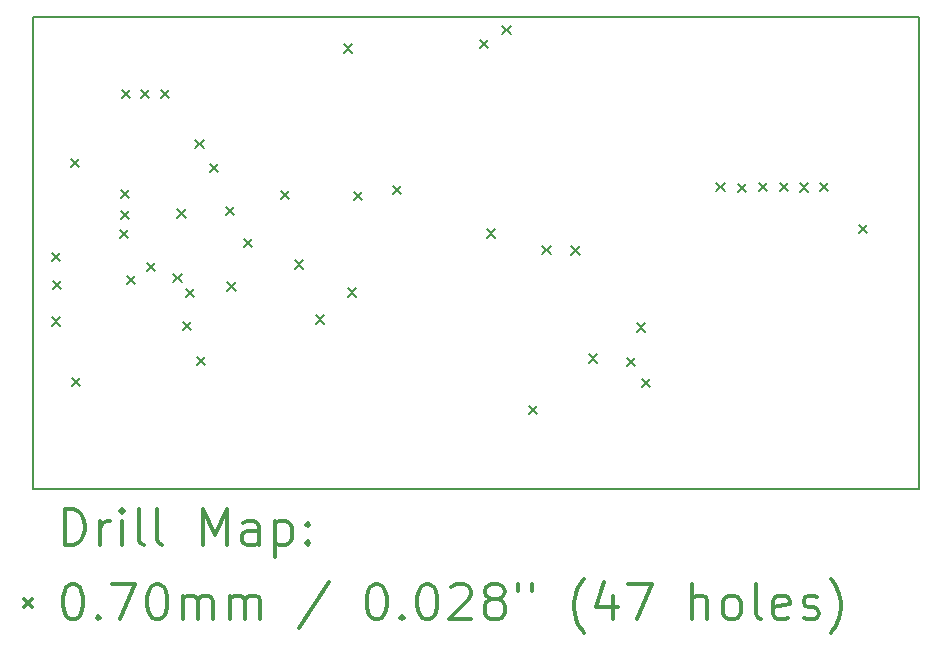
<source format=gbr>
%FSLAX45Y45*%
G04 Gerber Fmt 4.5, Leading zero omitted, Abs format (unit mm)*
G04 Created by KiCad (PCBNEW 4.0.7-e2-6376~60~ubuntu17.10.1) date Tue Apr 10 15:25:30 2018*
%MOMM*%
%LPD*%
G01*
G04 APERTURE LIST*
%ADD10C,0.127000*%
%ADD11C,0.150000*%
%ADD12C,0.200000*%
%ADD13C,0.300000*%
G04 APERTURE END LIST*
D10*
D11*
X8998106Y5998706D02*
X1498106Y5998706D01*
X8998106Y1998706D02*
X8998106Y5998706D01*
X1498106Y1998706D02*
X8998106Y1998706D01*
X1498106Y5998706D02*
X1498106Y1998706D01*
D12*
X1656386Y3999178D02*
X1726386Y3929178D01*
X1726386Y3999178D02*
X1656386Y3929178D01*
X1656386Y3452570D02*
X1726386Y3382570D01*
X1726386Y3452570D02*
X1656386Y3382570D01*
X1660450Y3760672D02*
X1730450Y3690672D01*
X1730450Y3760672D02*
X1660450Y3690672D01*
X1816914Y4794452D02*
X1886914Y4724452D01*
X1886914Y4794452D02*
X1816914Y4724452D01*
X1820978Y2941522D02*
X1890978Y2871522D01*
X1890978Y2941522D02*
X1820978Y2871522D01*
X2229410Y4191202D02*
X2299410Y4121202D01*
X2299410Y4191202D02*
X2229410Y4121202D01*
X2238808Y4529022D02*
X2308808Y4459022D01*
X2308808Y4529022D02*
X2238808Y4459022D01*
X2238808Y4355794D02*
X2308808Y4285794D01*
X2308808Y4355794D02*
X2238808Y4285794D01*
X2244396Y5378398D02*
X2314396Y5308398D01*
X2314396Y5378398D02*
X2244396Y5308398D01*
X2290370Y3802074D02*
X2360370Y3732074D01*
X2360370Y3802074D02*
X2290370Y3732074D01*
X2408226Y5374842D02*
X2478226Y5304842D01*
X2478226Y5374842D02*
X2408226Y5304842D01*
X2456994Y3911802D02*
X2526994Y3841802D01*
X2526994Y3911802D02*
X2456994Y3841802D01*
X2579676Y5375604D02*
X2649676Y5305604D01*
X2649676Y5375604D02*
X2579676Y5305604D01*
X2682546Y3818330D02*
X2752546Y3748330D01*
X2752546Y3818330D02*
X2682546Y3748330D01*
X2716582Y4366970D02*
X2786582Y4296970D01*
X2786582Y4366970D02*
X2716582Y4296970D01*
X2765096Y3415486D02*
X2835096Y3345486D01*
X2835096Y3415486D02*
X2765096Y3345486D01*
X2792020Y3693616D02*
X2862020Y3623616D01*
X2862020Y3693616D02*
X2792020Y3623616D01*
X2870252Y4953710D02*
X2940252Y4883710D01*
X2940252Y4953710D02*
X2870252Y4883710D01*
X2879396Y3118306D02*
X2949396Y3048306D01*
X2949396Y3118306D02*
X2879396Y3048306D01*
X2989886Y4752796D02*
X3059886Y4682796D01*
X3059886Y4752796D02*
X2989886Y4682796D01*
X3127300Y4386528D02*
X3197300Y4316528D01*
X3197300Y4386528D02*
X3127300Y4316528D01*
X3141270Y3746702D02*
X3211270Y3676702D01*
X3211270Y3746702D02*
X3141270Y3676702D01*
X3280970Y4118304D02*
X3350970Y4048304D01*
X3350970Y4118304D02*
X3280970Y4048304D01*
X3595676Y4524196D02*
X3665676Y4454196D01*
X3665676Y4524196D02*
X3595676Y4454196D01*
X3709976Y3933646D02*
X3779976Y3863646D01*
X3779976Y3933646D02*
X3709976Y3863646D01*
X3890062Y3467302D02*
X3960062Y3397302D01*
X3960062Y3467302D02*
X3890062Y3397302D01*
X4128314Y5762446D02*
X4198314Y5692446D01*
X4198314Y5762446D02*
X4128314Y5692446D01*
X4163874Y3696410D02*
X4233874Y3626410D01*
X4233874Y3696410D02*
X4163874Y3626410D01*
X4212896Y4512766D02*
X4282896Y4442766D01*
X4282896Y4512766D02*
X4212896Y4442766D01*
X4541064Y4565344D02*
X4611064Y4495344D01*
X4611064Y4565344D02*
X4541064Y4495344D01*
X5279696Y5800546D02*
X5349696Y5730546D01*
X5349696Y5800546D02*
X5279696Y5730546D01*
X5336846Y4196536D02*
X5406846Y4126536D01*
X5406846Y4196536D02*
X5336846Y4126536D01*
X5468418Y5917386D02*
X5538418Y5847386D01*
X5538418Y5917386D02*
X5468418Y5847386D01*
X5691176Y2699206D02*
X5761176Y2629206D01*
X5761176Y2699206D02*
X5691176Y2629206D01*
X5806746Y4054042D02*
X5876746Y3984042D01*
X5876746Y4054042D02*
X5806746Y3984042D01*
X6053126Y4051756D02*
X6123126Y3981756D01*
X6123126Y4051756D02*
X6053126Y3981756D01*
X6203494Y3137610D02*
X6273494Y3067610D01*
X6273494Y3137610D02*
X6203494Y3067610D01*
X6525566Y3106876D02*
X6595566Y3036876D01*
X6595566Y3106876D02*
X6525566Y3036876D01*
X6605830Y3400246D02*
X6675830Y3330246D01*
X6675830Y3400246D02*
X6605830Y3330246D01*
X6647486Y2931616D02*
X6717486Y2861616D01*
X6717486Y2931616D02*
X6647486Y2861616D01*
X7279946Y4592776D02*
X7349946Y4522776D01*
X7349946Y4592776D02*
X7279946Y4522776D01*
X7460794Y4579314D02*
X7530794Y4509314D01*
X7530794Y4579314D02*
X7460794Y4509314D01*
X7638086Y4588966D02*
X7708086Y4518966D01*
X7708086Y4588966D02*
X7638086Y4518966D01*
X7815378Y4590490D02*
X7885378Y4520490D01*
X7885378Y4590490D02*
X7815378Y4520490D01*
X7988860Y4584902D02*
X8058860Y4514902D01*
X8058860Y4584902D02*
X7988860Y4514902D01*
X8156246Y4592776D02*
X8226246Y4522776D01*
X8226246Y4592776D02*
X8156246Y4522776D01*
X8488986Y4232858D02*
X8558986Y4162858D01*
X8558986Y4232858D02*
X8488986Y4162858D01*
D13*
X1762034Y1525492D02*
X1762034Y1825492D01*
X1833463Y1825492D01*
X1876320Y1811206D01*
X1904892Y1782634D01*
X1919177Y1754063D01*
X1933463Y1696920D01*
X1933463Y1654063D01*
X1919177Y1596920D01*
X1904892Y1568349D01*
X1876320Y1539777D01*
X1833463Y1525492D01*
X1762034Y1525492D01*
X2062034Y1525492D02*
X2062034Y1725492D01*
X2062034Y1668349D02*
X2076320Y1696920D01*
X2090606Y1711206D01*
X2119177Y1725492D01*
X2147749Y1725492D01*
X2247749Y1525492D02*
X2247749Y1725492D01*
X2247749Y1825492D02*
X2233463Y1811206D01*
X2247749Y1796920D01*
X2262035Y1811206D01*
X2247749Y1825492D01*
X2247749Y1796920D01*
X2433463Y1525492D02*
X2404892Y1539777D01*
X2390606Y1568349D01*
X2390606Y1825492D01*
X2590606Y1525492D02*
X2562035Y1539777D01*
X2547749Y1568349D01*
X2547749Y1825492D01*
X2933463Y1525492D02*
X2933463Y1825492D01*
X3033463Y1611206D01*
X3133463Y1825492D01*
X3133463Y1525492D01*
X3404892Y1525492D02*
X3404892Y1682634D01*
X3390606Y1711206D01*
X3362034Y1725492D01*
X3304892Y1725492D01*
X3276320Y1711206D01*
X3404892Y1539777D02*
X3376320Y1525492D01*
X3304892Y1525492D01*
X3276320Y1539777D01*
X3262034Y1568349D01*
X3262034Y1596920D01*
X3276320Y1625492D01*
X3304892Y1639777D01*
X3376320Y1639777D01*
X3404892Y1654063D01*
X3547749Y1725492D02*
X3547749Y1425492D01*
X3547749Y1711206D02*
X3576320Y1725492D01*
X3633463Y1725492D01*
X3662034Y1711206D01*
X3676320Y1696920D01*
X3690606Y1668349D01*
X3690606Y1582634D01*
X3676320Y1554063D01*
X3662034Y1539777D01*
X3633463Y1525492D01*
X3576320Y1525492D01*
X3547749Y1539777D01*
X3819177Y1554063D02*
X3833463Y1539777D01*
X3819177Y1525492D01*
X3804892Y1539777D01*
X3819177Y1554063D01*
X3819177Y1525492D01*
X3819177Y1711206D02*
X3833463Y1696920D01*
X3819177Y1682634D01*
X3804892Y1696920D01*
X3819177Y1711206D01*
X3819177Y1682634D01*
X1420606Y1066206D02*
X1490606Y996206D01*
X1490606Y1066206D02*
X1420606Y996206D01*
X1819177Y1195492D02*
X1847749Y1195492D01*
X1876320Y1181206D01*
X1890606Y1166920D01*
X1904892Y1138349D01*
X1919177Y1081206D01*
X1919177Y1009777D01*
X1904892Y952634D01*
X1890606Y924063D01*
X1876320Y909777D01*
X1847749Y895492D01*
X1819177Y895492D01*
X1790606Y909777D01*
X1776320Y924063D01*
X1762034Y952634D01*
X1747749Y1009777D01*
X1747749Y1081206D01*
X1762034Y1138349D01*
X1776320Y1166920D01*
X1790606Y1181206D01*
X1819177Y1195492D01*
X2047749Y924063D02*
X2062034Y909777D01*
X2047749Y895492D01*
X2033463Y909777D01*
X2047749Y924063D01*
X2047749Y895492D01*
X2162034Y1195492D02*
X2362034Y1195492D01*
X2233463Y895492D01*
X2533463Y1195492D02*
X2562035Y1195492D01*
X2590606Y1181206D01*
X2604892Y1166920D01*
X2619177Y1138349D01*
X2633463Y1081206D01*
X2633463Y1009777D01*
X2619177Y952634D01*
X2604892Y924063D01*
X2590606Y909777D01*
X2562035Y895492D01*
X2533463Y895492D01*
X2504892Y909777D01*
X2490606Y924063D01*
X2476320Y952634D01*
X2462035Y1009777D01*
X2462035Y1081206D01*
X2476320Y1138349D01*
X2490606Y1166920D01*
X2504892Y1181206D01*
X2533463Y1195492D01*
X2762035Y895492D02*
X2762035Y1095492D01*
X2762035Y1066920D02*
X2776320Y1081206D01*
X2804892Y1095492D01*
X2847749Y1095492D01*
X2876320Y1081206D01*
X2890606Y1052635D01*
X2890606Y895492D01*
X2890606Y1052635D02*
X2904892Y1081206D01*
X2933463Y1095492D01*
X2976320Y1095492D01*
X3004892Y1081206D01*
X3019177Y1052635D01*
X3019177Y895492D01*
X3162034Y895492D02*
X3162034Y1095492D01*
X3162034Y1066920D02*
X3176320Y1081206D01*
X3204892Y1095492D01*
X3247749Y1095492D01*
X3276320Y1081206D01*
X3290606Y1052635D01*
X3290606Y895492D01*
X3290606Y1052635D02*
X3304892Y1081206D01*
X3333463Y1095492D01*
X3376320Y1095492D01*
X3404892Y1081206D01*
X3419177Y1052635D01*
X3419177Y895492D01*
X4004892Y1209777D02*
X3747749Y824063D01*
X4390606Y1195492D02*
X4419177Y1195492D01*
X4447749Y1181206D01*
X4462034Y1166920D01*
X4476320Y1138349D01*
X4490606Y1081206D01*
X4490606Y1009777D01*
X4476320Y952634D01*
X4462034Y924063D01*
X4447749Y909777D01*
X4419177Y895492D01*
X4390606Y895492D01*
X4362034Y909777D01*
X4347749Y924063D01*
X4333463Y952634D01*
X4319177Y1009777D01*
X4319177Y1081206D01*
X4333463Y1138349D01*
X4347749Y1166920D01*
X4362034Y1181206D01*
X4390606Y1195492D01*
X4619177Y924063D02*
X4633463Y909777D01*
X4619177Y895492D01*
X4604892Y909777D01*
X4619177Y924063D01*
X4619177Y895492D01*
X4819177Y1195492D02*
X4847749Y1195492D01*
X4876320Y1181206D01*
X4890606Y1166920D01*
X4904892Y1138349D01*
X4919177Y1081206D01*
X4919177Y1009777D01*
X4904892Y952634D01*
X4890606Y924063D01*
X4876320Y909777D01*
X4847749Y895492D01*
X4819177Y895492D01*
X4790606Y909777D01*
X4776320Y924063D01*
X4762034Y952634D01*
X4747749Y1009777D01*
X4747749Y1081206D01*
X4762034Y1138349D01*
X4776320Y1166920D01*
X4790606Y1181206D01*
X4819177Y1195492D01*
X5033463Y1166920D02*
X5047749Y1181206D01*
X5076320Y1195492D01*
X5147749Y1195492D01*
X5176320Y1181206D01*
X5190606Y1166920D01*
X5204892Y1138349D01*
X5204892Y1109777D01*
X5190606Y1066920D01*
X5019177Y895492D01*
X5204892Y895492D01*
X5376320Y1066920D02*
X5347749Y1081206D01*
X5333463Y1095492D01*
X5319177Y1124063D01*
X5319177Y1138349D01*
X5333463Y1166920D01*
X5347749Y1181206D01*
X5376320Y1195492D01*
X5433463Y1195492D01*
X5462034Y1181206D01*
X5476320Y1166920D01*
X5490606Y1138349D01*
X5490606Y1124063D01*
X5476320Y1095492D01*
X5462034Y1081206D01*
X5433463Y1066920D01*
X5376320Y1066920D01*
X5347749Y1052635D01*
X5333463Y1038349D01*
X5319177Y1009777D01*
X5319177Y952634D01*
X5333463Y924063D01*
X5347749Y909777D01*
X5376320Y895492D01*
X5433463Y895492D01*
X5462034Y909777D01*
X5476320Y924063D01*
X5490606Y952634D01*
X5490606Y1009777D01*
X5476320Y1038349D01*
X5462034Y1052635D01*
X5433463Y1066920D01*
X5604892Y1195492D02*
X5604892Y1138349D01*
X5719177Y1195492D02*
X5719177Y1138349D01*
X6162034Y781206D02*
X6147749Y795492D01*
X6119177Y838349D01*
X6104891Y866920D01*
X6090606Y909777D01*
X6076320Y981206D01*
X6076320Y1038349D01*
X6090606Y1109777D01*
X6104891Y1152635D01*
X6119177Y1181206D01*
X6147749Y1224063D01*
X6162034Y1238349D01*
X6404891Y1095492D02*
X6404891Y895492D01*
X6333463Y1209777D02*
X6262034Y995492D01*
X6447749Y995492D01*
X6533463Y1195492D02*
X6733463Y1195492D01*
X6604891Y895492D01*
X7076320Y895492D02*
X7076320Y1195492D01*
X7204891Y895492D02*
X7204891Y1052635D01*
X7190606Y1081206D01*
X7162034Y1095492D01*
X7119177Y1095492D01*
X7090606Y1081206D01*
X7076320Y1066920D01*
X7390606Y895492D02*
X7362034Y909777D01*
X7347749Y924063D01*
X7333463Y952634D01*
X7333463Y1038349D01*
X7347749Y1066920D01*
X7362034Y1081206D01*
X7390606Y1095492D01*
X7433463Y1095492D01*
X7462034Y1081206D01*
X7476320Y1066920D01*
X7490606Y1038349D01*
X7490606Y952634D01*
X7476320Y924063D01*
X7462034Y909777D01*
X7433463Y895492D01*
X7390606Y895492D01*
X7662034Y895492D02*
X7633463Y909777D01*
X7619177Y938349D01*
X7619177Y1195492D01*
X7890606Y909777D02*
X7862034Y895492D01*
X7804892Y895492D01*
X7776320Y909777D01*
X7762034Y938349D01*
X7762034Y1052635D01*
X7776320Y1081206D01*
X7804892Y1095492D01*
X7862034Y1095492D01*
X7890606Y1081206D01*
X7904892Y1052635D01*
X7904892Y1024063D01*
X7762034Y995492D01*
X8019177Y909777D02*
X8047749Y895492D01*
X8104892Y895492D01*
X8133463Y909777D01*
X8147749Y938349D01*
X8147749Y952634D01*
X8133463Y981206D01*
X8104892Y995492D01*
X8062034Y995492D01*
X8033463Y1009777D01*
X8019177Y1038349D01*
X8019177Y1052635D01*
X8033463Y1081206D01*
X8062034Y1095492D01*
X8104892Y1095492D01*
X8133463Y1081206D01*
X8247749Y781206D02*
X8262034Y795492D01*
X8290606Y838349D01*
X8304892Y866920D01*
X8319177Y909777D01*
X8333463Y981206D01*
X8333463Y1038349D01*
X8319177Y1109777D01*
X8304892Y1152635D01*
X8290606Y1181206D01*
X8262034Y1224063D01*
X8247749Y1238349D01*
M02*

</source>
